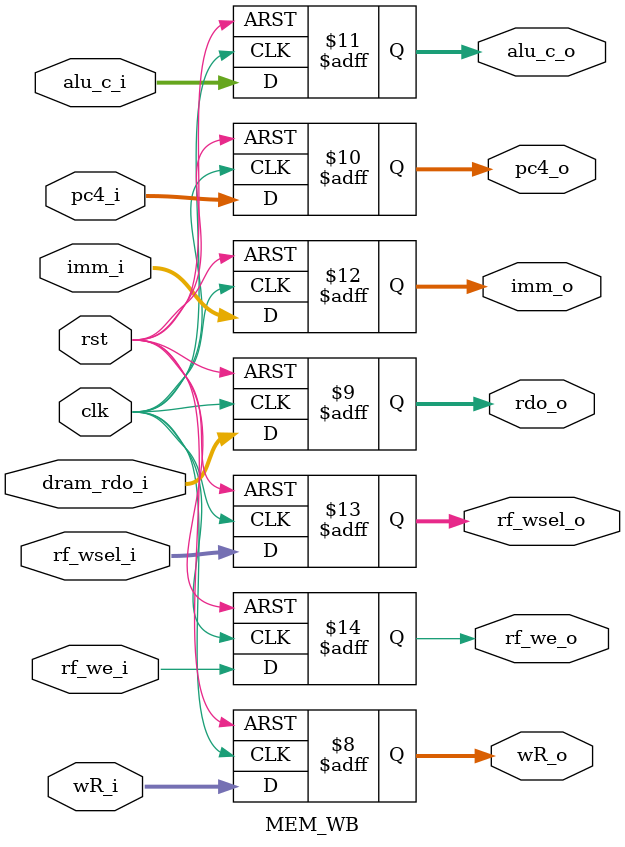
<source format=v>
`timescale 1ns / 1ps

`include "defines.vh"

module MEM_WB(
    input wire clk,
    input wire rst,
    //control signal
    input wire rf_we_i,
    input wire[2:0] rf_wsel_i,
    output reg rf_we_o,
    output reg[2:0] rf_wsel_o,
    //about rf write back
    input wire[4:0] wR_i,
    input wire[31:0] pc4_i,
    input wire[31:0] alu_c_i,
    input wire[31:0] imm_i,
    input wire[31:0] dram_rdo_i,
    output reg[4:0] wR_o,
    output reg[31:0] pc4_o,
    output reg[31:0] alu_c_o,
    output reg[31:0] imm_o,
    output reg[31:0] rdo_o
);

    always@(posedge clk or posedge rst)begin
        if(rst)   rf_we_o <= 1'b0;
        else      rf_we_o <= rf_we_i;
    end

    always@(posedge clk or posedge rst)begin
        if(rst)   rf_wsel_o <= 3'b000;
        else      rf_wsel_o <= rf_wsel_i;
    end

    always@(posedge clk or posedge rst)begin
        if(rst)   imm_o <= 32'h0000_0000;
        else      imm_o <= imm_i;
    end

    always@(posedge clk or posedge rst)begin
        if(rst)   alu_c_o <= 32'h0000_0000;
        else      alu_c_o <= alu_c_i;
    end

    always@(posedge clk or posedge rst)begin
        if(rst)   pc4_o <= 32'h0000_0000;
        else      pc4_o <= pc4_i;
    end

    always@(posedge clk or posedge rst)begin
        if(rst)   rdo_o <= 32'h0000_0000;
        else      rdo_o <= dram_rdo_i;
    end

    always@(posedge clk or posedge rst)begin
        if(rst)   wR_o <= 5'b00000;
        else      wR_o <= wR_i;
    end




endmodule
</source>
